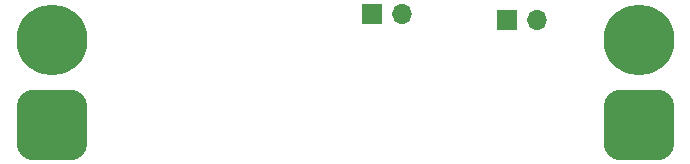
<source format=gbs>
%TF.GenerationSoftware,KiCad,Pcbnew,7.0.1*%
%TF.CreationDate,2023-08-29T01:03:56-07:00*%
%TF.ProjectId,Current Sense Standalone,43757272-656e-4742-9053-656e73652053,rev?*%
%TF.SameCoordinates,Original*%
%TF.FileFunction,Soldermask,Bot*%
%TF.FilePolarity,Negative*%
%FSLAX46Y46*%
G04 Gerber Fmt 4.6, Leading zero omitted, Abs format (unit mm)*
G04 Created by KiCad (PCBNEW 7.0.1) date 2023-08-29 01:03:56*
%MOMM*%
%LPD*%
G01*
G04 APERTURE LIST*
G04 Aperture macros list*
%AMRoundRect*
0 Rectangle with rounded corners*
0 $1 Rounding radius*
0 $2 $3 $4 $5 $6 $7 $8 $9 X,Y pos of 4 corners*
0 Add a 4 corners polygon primitive as box body*
4,1,4,$2,$3,$4,$5,$6,$7,$8,$9,$2,$3,0*
0 Add four circle primitives for the rounded corners*
1,1,$1+$1,$2,$3*
1,1,$1+$1,$4,$5*
1,1,$1+$1,$6,$7*
1,1,$1+$1,$8,$9*
0 Add four rect primitives between the rounded corners*
20,1,$1+$1,$2,$3,$4,$5,0*
20,1,$1+$1,$4,$5,$6,$7,0*
20,1,$1+$1,$6,$7,$8,$9,0*
20,1,$1+$1,$8,$9,$2,$3,0*%
G04 Aperture macros list end*
%ADD10RoundRect,1.500000X1.500000X-1.500000X1.500000X1.500000X-1.500000X1.500000X-1.500000X-1.500000X0*%
%ADD11C,6.000000*%
%ADD12R,1.700000X1.700000*%
%ADD13O,1.700000X1.700000*%
G04 APERTURE END LIST*
D10*
X68344045Y-29210000D03*
D11*
X68344045Y-22010000D03*
D12*
X45720000Y-19812000D03*
D13*
X48260000Y-19812000D03*
D10*
X18650936Y-29210000D03*
D11*
X18650936Y-22010000D03*
D12*
X57150000Y-20320000D03*
D13*
X59690000Y-20320000D03*
M02*

</source>
